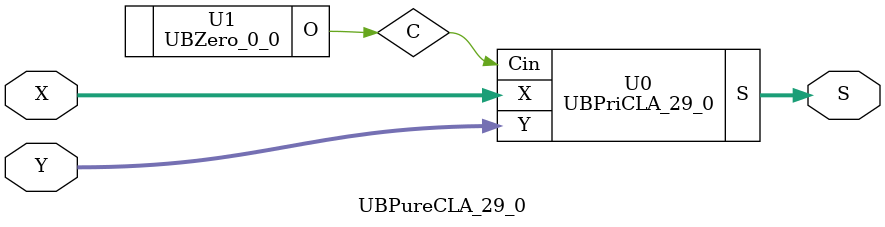
<source format=v>
/*----------------------------------------------------------------------------
  Copyright (c) 2021 Homma laboratory. All rights reserved.

  Top module: UBCLA_29_0_29_0

  Operand-1 length: 30
  Operand-2 length: 30
  Two-operand addition algorithm: Carry look-ahead adder
----------------------------------------------------------------------------*/

module GPGenerator(Go, Po, A, B);
  output Go;
  output Po;
  input A;
  input B;
  assign Go = A & B;
  assign Po = A ^ B;
endmodule

module CLAUnit_30(C, G, P, Cin);
  output [30:1] C;
  input Cin;
  input [29:0] G;
  input [29:0] P;
  assign C[1] = G[0] | ( P[0] & Cin );
  assign C[2] = G[1] | ( P[1] & G[0] ) | ( P[1] & P[0] & Cin );
  assign C[3] = G[2] | ( P[2] & G[1] ) | ( P[2] & P[1] & G[0] ) | ( P[2] & P[1] & P[0] & Cin );
  assign C[4] = G[3] | ( P[3] & G[2] ) | ( P[3] & P[2] & G[1] ) | ( P[3] & P[2] & P[1] & G[0] ) | ( P[3] & P[2] & P[1] & P[0] & Cin );
  assign C[5] = G[4] | ( P[4] & G[3] ) | ( P[4] & P[3] & G[2] ) | ( P[4] & P[3] & P[2] & G[1] ) | ( P[4] & P[3] & P[2] & P[1] & G[0] ) | ( P[4] & P[3] & P[2] & P[1] & P[0] & Cin );
  assign C[6] = G[5] | ( P[5] & G[4] ) | ( P[5] & P[4] & G[3] ) | ( P[5] & P[4] & P[3] & G[2] ) | ( P[5] & P[4] & P[3] & P[2] & G[1] ) | ( P[5] & P[4] & P[3] & P[2] & P[1] & G[0] ) | ( P[5] & P[4] & P[3]
 & P[2] & P[1] & P[0] & Cin );
  assign C[7] = G[6] | ( P[6] & G[5] ) | ( P[6] & P[5] & G[4] ) | ( P[6] & P[5] & P[4] & G[3] ) | ( P[6] & P[5] & P[4] & P[3] & G[2] ) | ( P[6] & P[5] & P[4] & P[3] & P[2] & G[1] ) | ( P[6] & P[5] & P[4]
 & P[3] & P[2] & P[1] & G[0] ) | ( P[6] & P[5] & P[4] & P[3] & P[2] & P[1] & P[0] & Cin );
  assign C[8] = G[7] | ( P[7] & G[6] ) | ( P[7] & P[6] & G[5] ) | ( P[7] & P[6] & P[5] & G[4] ) | ( P[7] & P[6] & P[5] & P[4] & G[3] ) | ( P[7] & P[6] & P[5] & P[4] & P[3] & G[2] ) | ( P[7] & P[6] & P[5]
 & P[4] & P[3] & P[2] & G[1] ) | ( P[7] & P[6] & P[5] & P[4] & P[3] & P[2] & P[1] & G[0] ) | ( P[7] & P[6] & P[5] & P[4] & P[3] & P[2] & P[1] & P[0] & Cin );
  assign C[9] = G[8] | ( P[8] & G[7] ) | ( P[8] & P[7] & G[6] ) | ( P[8] & P[7] & P[6] & G[5] ) | ( P[8] & P[7] & P[6] & P[5] & G[4] ) | ( P[8] & P[7] & P[6] & P[5] & P[4] & G[3] ) | ( P[8] & P[7] & P[6]
 & P[5] & P[4] & P[3] & G[2] ) | ( P[8] & P[7] & P[6] & P[5] & P[4] & P[3] & P[2] & G[1] ) | ( P[8] & P[7] & P[6] & P[5] & P[4] & P[3] & P[2] & P[1] & G[0] ) | ( P[8] & P[7] & P[6] & P[5] & P[4] & P[3]
 & P[2] & P[1] & P[0] & Cin );
  assign C[10] = G[9] | ( P[9] & G[8] ) | ( P[9] & P[8] & G[7] ) | ( P[9] & P[8] & P[7] & G[6] ) | ( P[9] & P[8] & P[7] & P[6] & G[5] ) | ( P[9] & P[8] & P[7] & P[6] & P[5] & G[4] ) | ( P[9] & P[8] & P[7]
 & P[6] & P[5] & P[4] & G[3] ) | ( P[9] & P[8] & P[7] & P[6] & P[5] & P[4] & P[3] & G[2] ) | ( P[9] & P[8] & P[7] & P[6] & P[5] & P[4] & P[3] & P[2] & G[1] ) | ( P[9] & P[8] & P[7] & P[6] & P[5] & P[4]
 & P[3] & P[2] & P[1] & G[0] ) | ( P[9] & P[8] & P[7] & P[6] & P[5] & P[4] & P[3] & P[2] & P[1] & P[0] & Cin );
  assign C[11] = G[10] | ( P[10] & G[9] ) | ( P[10] & P[9] & G[8] ) | ( P[10] & P[9] & P[8] & G[7] ) | ( P[10] & P[9] & P[8] & P[7] & G[6] ) | ( P[10] & P[9] & P[8] & P[7] & P[6] & G[5] ) | ( P[10] & P[9]
 & P[8] & P[7] & P[6] & P[5] & G[4] ) | ( P[10] & P[9] & P[8] & P[7] & P[6] & P[5] & P[4] & G[3] ) | ( P[10] & P[9] & P[8] & P[7] & P[6] & P[5] & P[4] & P[3] & G[2] ) | ( P[10] & P[9] & P[8] & P[7] & P[6]
 & P[5] & P[4] & P[3] & P[2] & G[1] ) | ( P[10] & P[9] & P[8] & P[7] & P[6] & P[5] & P[4] & P[3] & P[2] & P[1] & G[0] ) | ( P[10] & P[9] & P[8] & P[7] & P[6] & P[5] & P[4] & P[3] & P[2] & P[1] & P[0] &
 Cin );
  assign C[12] = G[11] | ( P[11] & G[10] ) | ( P[11] & P[10] & G[9] ) | ( P[11] & P[10] & P[9] & G[8] ) | ( P[11] & P[10] & P[9] & P[8] & G[7] ) | ( P[11] & P[10] & P[9] & P[8] & P[7] & G[6] ) | ( P[11]
 & P[10] & P[9] & P[8] & P[7] & P[6] & G[5] ) | ( P[11] & P[10] & P[9] & P[8] & P[7] & P[6] & P[5] & G[4] ) | ( P[11] & P[10] & P[9] & P[8] & P[7] & P[6] & P[5] & P[4] & G[3] ) | ( P[11] & P[10] & P[9]
 & P[8] & P[7] & P[6] & P[5] & P[4] & P[3] & G[2] ) | ( P[11] & P[10] & P[9] & P[8] & P[7] & P[6] & P[5] & P[4] & P[3] & P[2] & G[1] ) | ( P[11] & P[10] & P[9] & P[8] & P[7] & P[6] & P[5] & P[4] & P[3]
 & P[2] & P[1] & G[0] ) | ( P[11] & P[10] & P[9] & P[8] & P[7] & P[6] & P[5] & P[4] & P[3] & P[2] & P[1] & P[0] & Cin );
  assign C[13] = G[12] | ( P[12] & G[11] ) | ( P[12] & P[11] & G[10] ) | ( P[12] & P[11] & P[10] & G[9] ) | ( P[12] & P[11] & P[10] & P[9] & G[8] ) | ( P[12] & P[11] & P[10] & P[9] & P[8] & G[7] ) | ( P[12]
 & P[11] & P[10] & P[9] & P[8] & P[7] & G[6] ) | ( P[12] & P[11] & P[10] & P[9] & P[8] & P[7] & P[6] & G[5] ) | ( P[12] & P[11] & P[10] & P[9] & P[8] & P[7] & P[6] & P[5] & G[4] ) | ( P[12] & P[11] & P[10]
 & P[9] & P[8] & P[7] & P[6] & P[5] & P[4] & G[3] ) | ( P[12] & P[11] & P[10] & P[9] & P[8] & P[7] & P[6] & P[5] & P[4] & P[3] & G[2] ) | ( P[12] & P[11] & P[10] & P[9] & P[8] & P[7] & P[6] & P[5] & P[4]
 & P[3] & P[2] & G[1] ) | ( P[12] & P[11] & P[10] & P[9] & P[8] & P[7] & P[6] & P[5] & P[4] & P[3] & P[2] & P[1] & G[0] ) | ( P[12] & P[11] & P[10] & P[9] & P[8] & P[7] & P[6] & P[5] & P[4] & P[3] & P[2]
 & P[1] & P[0] & Cin );
  assign C[14] = G[13] | ( P[13] & G[12] ) | ( P[13] & P[12] & G[11] ) | ( P[13] & P[12] & P[11] & G[10] ) | ( P[13] & P[12] & P[11] & P[10] & G[9] ) | ( P[13] & P[12] & P[11] & P[10] & P[9] & G[8] ) |
 ( P[13] & P[12] & P[11] & P[10] & P[9] & P[8] & G[7] ) | ( P[13] & P[12] & P[11] & P[10] & P[9] & P[8] & P[7] & G[6] ) | ( P[13] & P[12] & P[11] & P[10] & P[9] & P[8] & P[7] & P[6] & G[5] ) | ( P[13] &
 P[12] & P[11] & P[10] & P[9] & P[8] & P[7] & P[6] & P[5] & G[4] ) | ( P[13] & P[12] & P[11] & P[10] & P[9] & P[8] & P[7] & P[6] & P[5] & P[4] & G[3] ) | ( P[13] & P[12] & P[11] & P[10] & P[9] & P[8] &
 P[7] & P[6] & P[5] & P[4] & P[3] & G[2] ) | ( P[13] & P[12] & P[11] & P[10] & P[9] & P[8] & P[7] & P[6] & P[5] & P[4] & P[3] & P[2] & G[1] ) | ( P[13] & P[12] & P[11] & P[10] & P[9] & P[8] & P[7] & P[6]
 & P[5] & P[4] & P[3] & P[2] & P[1] & G[0] ) | ( P[13] & P[12] & P[11] & P[10] & P[9] & P[8] & P[7] & P[6] & P[5] & P[4] & P[3] & P[2] & P[1] & P[0] & Cin );
  assign C[15] = G[14] | ( P[14] & G[13] ) | ( P[14] & P[13] & G[12] ) | ( P[14] & P[13] & P[12] & G[11] ) | ( P[14] & P[13] & P[12] & P[11] & G[10] ) | ( P[14] & P[13] & P[12] & P[11] & P[10] & G[9] )
 | ( P[14] & P[13] & P[12] & P[11] & P[10] & P[9] & G[8] ) | ( P[14] & P[13] & P[12] & P[11] & P[10] & P[9] & P[8] & G[7] ) | ( P[14] & P[13] & P[12] & P[11] & P[10] & P[9] & P[8] & P[7] & G[6] ) | ( P[14]
 & P[13] & P[12] & P[11] & P[10] & P[9] & P[8] & P[7] & P[6] & G[5] ) | ( P[14] & P[13] & P[12] & P[11] & P[10] & P[9] & P[8] & P[7] & P[6] & P[5] & G[4] ) | ( P[14] & P[13] & P[12] & P[11] & P[10] & P[9]
 & P[8] & P[7] & P[6] & P[5] & P[4] & G[3] ) | ( P[14] & P[13] & P[12] & P[11] & P[10] & P[9] & P[8] & P[7] & P[6] & P[5] & P[4] & P[3] & G[2] ) | ( P[14] & P[13] & P[12] & P[11] & P[10] & P[9] & P[8] &
 P[7] & P[6] & P[5] & P[4] & P[3] & P[2] & G[1] ) | ( P[14] & P[13] & P[12] & P[11] & P[10] & P[9] & P[8] & P[7] & P[6] & P[5] & P[4] & P[3] & P[2] & P[1] & G[0] ) | ( P[14] & P[13] & P[12] & P[11] & P[10]
 & P[9] & P[8] & P[7] & P[6] & P[5] & P[4] & P[3] & P[2] & P[1] & P[0] & Cin );
  assign C[16] = G[15] | ( P[15] & G[14] ) | ( P[15] & P[14] & G[13] ) | ( P[15] & P[14] & P[13] & G[12] ) | ( P[15] & P[14] & P[13] & P[12] & G[11] ) | ( P[15] & P[14] & P[13] & P[12] & P[11] & G[10] )
 | ( P[15] & P[14] & P[13] & P[12] & P[11] & P[10] & G[9] ) | ( P[15] & P[14] & P[13] & P[12] & P[11] & P[10] & P[9] & G[8] ) | ( P[15] & P[14] & P[13] & P[12] & P[11] & P[10] & P[9] & P[8] & G[7] ) | (
 P[15] & P[14] & P[13] & P[12] & P[11] & P[10] & P[9] & P[8] & P[7] & G[6] ) | ( P[15] & P[14] & P[13] & P[12] & P[11] & P[10] & P[9] & P[8] & P[7] & P[6] & G[5] ) | ( P[15] & P[14] & P[13] & P[12] & P[11]
 & P[10] & P[9] & P[8] & P[7] & P[6] & P[5] & G[4] ) | ( P[15] & P[14] & P[13] & P[12] & P[11] & P[10] & P[9] & P[8] & P[7] & P[6] & P[5] & P[4] & G[3] ) | ( P[15] & P[14] & P[13] & P[12] & P[11] & P[10]
 & P[9] & P[8] & P[7] & P[6] & P[5] & P[4] & P[3] & G[2] ) | ( P[15] & P[14] & P[13] & P[12] & P[11] & P[10] & P[9] & P[8] & P[7] & P[6] & P[5] & P[4] & P[3] & P[2] & G[1] ) | ( P[15] & P[14] & P[13] &
 P[12] & P[11] & P[10] & P[9] & P[8] & P[7] & P[6] & P[5] & P[4] & P[3] & P[2] & P[1] & G[0] ) | ( P[15] & P[14] & P[13] & P[12] & P[11] & P[10] & P[9] & P[8] & P[7] & P[6] & P[5] & P[4] & P[3] & P[2] &
 P[1] & P[0] & Cin );
  assign C[17] = G[16] | ( P[16] & G[15] ) | ( P[16] & P[15] & G[14] ) | ( P[16] & P[15] & P[14] & G[13] ) | ( P[16] & P[15] & P[14] & P[13] & G[12] ) | ( P[16] & P[15] & P[14] & P[13] & P[12] & G[11] )
 | ( P[16] & P[15] & P[14] & P[13] & P[12] & P[11] & G[10] ) | ( P[16] & P[15] & P[14] & P[13] & P[12] & P[11] & P[10] & G[9] ) | ( P[16] & P[15] & P[14] & P[13] & P[12] & P[11] & P[10] & P[9] & G[8] )
 | ( P[16] & P[15] & P[14] & P[13] & P[12] & P[11] & P[10] & P[9] & P[8] & G[7] ) | ( P[16] & P[15] & P[14] & P[13] & P[12] & P[11] & P[10] & P[9] & P[8] & P[7] & G[6] ) | ( P[16] & P[15] & P[14] & P[13]
 & P[12] & P[11] & P[10] & P[9] & P[8] & P[7] & P[6] & G[5] ) | ( P[16] & P[15] & P[14] & P[13] & P[12] & P[11] & P[10] & P[9] & P[8] & P[7] & P[6] & P[5] & G[4] ) | ( P[16] & P[15] & P[14] & P[13] & P[12]
 & P[11] & P[10] & P[9] & P[8] & P[7] & P[6] & P[5] & P[4] & G[3] ) | ( P[16] & P[15] & P[14] & P[13] & P[12] & P[11] & P[10] & P[9] & P[8] & P[7] & P[6] & P[5] & P[4] & P[3] & G[2] ) | ( P[16] & P[15]
 & P[14] & P[13] & P[12] & P[11] & P[10] & P[9] & P[8] & P[7] & P[6] & P[5] & P[4] & P[3] & P[2] & G[1] ) | ( P[16] & P[15] & P[14] & P[13] & P[12] & P[11] & P[10] & P[9] & P[8] & P[7] & P[6] & P[5] & P[4]
 & P[3] & P[2] & P[1] & G[0] ) | ( P[16] & P[15] & P[14] & P[13] & P[12] & P[11] & P[10] & P[9] & P[8] & P[7] & P[6] & P[5] & P[4] & P[3] & P[2] & P[1] & P[0] & Cin );
  assign C[18] = G[17] | ( P[17] & G[16] ) | ( P[17] & P[16] & G[15] ) | ( P[17] & P[16] & P[15] & G[14] ) | ( P[17] & P[16] & P[15] & P[14] & G[13] ) | ( P[17] & P[16] & P[15] & P[14] & P[13] & G[12] )
 | ( P[17] & P[16] & P[15] & P[14] & P[13] & P[12] & G[11] ) | ( P[17] & P[16] & P[15] & P[14] & P[13] & P[12] & P[11] & G[10] ) | ( P[17] & P[16] & P[15] & P[14] & P[13] & P[12] & P[11] & P[10] & G[9]
 ) | ( P[17] & P[16] & P[15] & P[14] & P[13] & P[12] & P[11] & P[10] & P[9] & G[8] ) | ( P[17] & P[16] & P[15] & P[14] & P[13] & P[12] & P[11] & P[10] & P[9] & P[8] & G[7] ) | ( P[17] & P[16] & P[15] &
 P[14] & P[13] & P[12] & P[11] & P[10] & P[9] & P[8] & P[7] & G[6] ) | ( P[17] & P[16] & P[15] & P[14] & P[13] & P[12] & P[11] & P[10] & P[9] & P[8] & P[7] & P[6] & G[5] ) | ( P[17] & P[16] & P[15] & P[14]
 & P[13] & P[12] & P[11] & P[10] & P[9] & P[8] & P[7] & P[6] & P[5] & G[4] ) | ( P[17] & P[16] & P[15] & P[14] & P[13] & P[12] & P[11] & P[10] & P[9] & P[8] & P[7] & P[6] & P[5] & P[4] & G[3] ) | ( P[17]
 & P[16] & P[15] & P[14] & P[13] & P[12] & P[11] & P[10] & P[9] & P[8] & P[7] & P[6] & P[5] & P[4] & P[3] & G[2] ) | ( P[17] & P[16] & P[15] & P[14] & P[13] & P[12] & P[11] & P[10] & P[9] & P[8] & P[7]
 & P[6] & P[5] & P[4] & P[3] & P[2] & G[1] ) | ( P[17] & P[16] & P[15] & P[14] & P[13] & P[12] & P[11] & P[10] & P[9] & P[8] & P[7] & P[6] & P[5] & P[4] & P[3] & P[2] & P[1] & G[0] ) | ( P[17] & P[16] &
 P[15] & P[14] & P[13] & P[12] & P[11] & P[10] & P[9] & P[8] & P[7] & P[6] & P[5] & P[4] & P[3] & P[2] & P[1] & P[0] & Cin );
  assign C[19] = G[18] | ( P[18] & G[17] ) | ( P[18] & P[17] & G[16] ) | ( P[18] & P[17] & P[16] & G[15] ) | ( P[18] & P[17] & P[16] & P[15] & G[14] ) | ( P[18] & P[17] & P[16] & P[15] & P[14] & G[13] )
 | ( P[18] & P[17] & P[16] & P[15] & P[14] & P[13] & G[12] ) | ( P[18] & P[17] & P[16] & P[15] & P[14] & P[13] & P[12] & G[11] ) | ( P[18] & P[17] & P[16] & P[15] & P[14] & P[13] & P[12] & P[11] & G[10]
 ) | ( P[18] & P[17] & P[16] & P[15] & P[14] & P[13] & P[12] & P[11] & P[10] & G[9] ) | ( P[18] & P[17] & P[16] & P[15] & P[14] & P[13] & P[12] & P[11] & P[10] & P[9] & G[8] ) | ( P[18] & P[17] & P[16]
 & P[15] & P[14] & P[13] & P[12] & P[11] & P[10] & P[9] & P[8] & G[7] ) | ( P[18] & P[17] & P[16] & P[15] & P[14] & P[13] & P[12] & P[11] & P[10] & P[9] & P[8] & P[7] & G[6] ) | ( P[18] & P[17] & P[16]
 & P[15] & P[14] & P[13] & P[12] & P[11] & P[10] & P[9] & P[8] & P[7] & P[6] & G[5] ) | ( P[18] & P[17] & P[16] & P[15] & P[14] & P[13] & P[12] & P[11] & P[10] & P[9] & P[8] & P[7] & P[6] & P[5] & G[4]
 ) | ( P[18] & P[17] & P[16] & P[15] & P[14] & P[13] & P[12] & P[11] & P[10] & P[9] & P[8] & P[7] & P[6] & P[5] & P[4] & G[3] ) | ( P[18] & P[17] & P[16] & P[15] & P[14] & P[13] & P[12] & P[11] & P[10]
 & P[9] & P[8] & P[7] & P[6] & P[5] & P[4] & P[3] & G[2] ) | ( P[18] & P[17] & P[16] & P[15] & P[14] & P[13] & P[12] & P[11] & P[10] & P[9] & P[8] & P[7] & P[6] & P[5] & P[4] & P[3] & P[2] & G[1] ) | (
 P[18] & P[17] & P[16] & P[15] & P[14] & P[13] & P[12] & P[11] & P[10] & P[9] & P[8] & P[7] & P[6] & P[5] & P[4] & P[3] & P[2] & P[1] & G[0] ) | ( P[18] & P[17] & P[16] & P[15] & P[14] & P[13] & P[12] &
 P[11] & P[10] & P[9] & P[8] & P[7] & P[6] & P[5] & P[4] & P[3] & P[2] & P[1] & P[0] & Cin );
  assign C[20] = G[19] | ( P[19] & G[18] ) | ( P[19] & P[18] & G[17] ) | ( P[19] & P[18] & P[17] & G[16] ) | ( P[19] & P[18] & P[17] & P[16] & G[15] ) | ( P[19] & P[18] & P[17] & P[16] & P[15] & G[14] )
 | ( P[19] & P[18] & P[17] & P[16] & P[15] & P[14] & G[13] ) | ( P[19] & P[18] & P[17] & P[16] & P[15] & P[14] & P[13] & G[12] ) | ( P[19] & P[18] & P[17] & P[16] & P[15] & P[14] & P[13] & P[12] & G[11]
 ) | ( P[19] & P[18] & P[17] & P[16] & P[15] & P[14] & P[13] & P[12] & P[11] & G[10] ) | ( P[19] & P[18] & P[17] & P[16] & P[15] & P[14] & P[13] & P[12] & P[11] & P[10] & G[9] ) | ( P[19] & P[18] & P[17]
 & P[16] & P[15] & P[14] & P[13] & P[12] & P[11] & P[10] & P[9] & G[8] ) | ( P[19] & P[18] & P[17] & P[16] & P[15] & P[14] & P[13] & P[12] & P[11] & P[10] & P[9] & P[8] & G[7] ) | ( P[19] & P[18] & P[17]
 & P[16] & P[15] & P[14] & P[13] & P[12] & P[11] & P[10] & P[9] & P[8] & P[7] & G[6] ) | ( P[19] & P[18] & P[17] & P[16] & P[15] & P[14] & P[13] & P[12] & P[11] & P[10] & P[9] & P[8] & P[7] & P[6] & G[5]
 ) | ( P[19] & P[18] & P[17] & P[16] & P[15] & P[14] & P[13] & P[12] & P[11] & P[10] & P[9] & P[8] & P[7] & P[6] & P[5] & G[4] ) | ( P[19] & P[18] & P[17] & P[16] & P[15] & P[14] & P[13] & P[12] & P[11]
 & P[10] & P[9] & P[8] & P[7] & P[6] & P[5] & P[4] & G[3] ) | ( P[19] & P[18] & P[17] & P[16] & P[15] & P[14] & P[13] & P[12] & P[11] & P[10] & P[9] & P[8] & P[7] & P[6] & P[5] & P[4] & P[3] & G[2] ) |
 ( P[19] & P[18] & P[17] & P[16] & P[15] & P[14] & P[13] & P[12] & P[11] & P[10] & P[9] & P[8] & P[7] & P[6] & P[5] & P[4] & P[3] & P[2] & G[1] ) | ( P[19] & P[18] & P[17] & P[16] & P[15] & P[14] & P[13]
 & P[12] & P[11] & P[10] & P[9] & P[8] & P[7] & P[6] & P[5] & P[4] & P[3] & P[2] & P[1] & G[0] ) | ( P[19] & P[18] & P[17] & P[16] & P[15] & P[14] & P[13] & P[12] & P[11] & P[10] & P[9] & P[8] & P[7] &
 P[6] & P[5] & P[4] & P[3] & P[2] & P[1] & P[0] & Cin );
  assign C[21] = G[20] | ( P[20] & G[19] ) | ( P[20] & P[19] & G[18] ) | ( P[20] & P[19] & P[18] & G[17] ) | ( P[20] & P[19] & P[18] & P[17] & G[16] ) | ( P[20] & P[19] & P[18] & P[17] & P[16] & G[15] )
 | ( P[20] & P[19] & P[18] & P[17] & P[16] & P[15] & G[14] ) | ( P[20] & P[19] & P[18] & P[17] & P[16] & P[15] & P[14] & G[13] ) | ( P[20] & P[19] & P[18] & P[17] & P[16] & P[15] & P[14] & P[13] & G[12]
 ) | ( P[20] & P[19] & P[18] & P[17] & P[16] & P[15] & P[14] & P[13] & P[12] & G[11] ) | ( P[20] & P[19] & P[18] & P[17] & P[16] & P[15] & P[14] & P[13] & P[12] & P[11] & G[10] ) | ( P[20] & P[19] & P[18]
 & P[17] & P[16] & P[15] & P[14] & P[13] & P[12] & P[11] & P[10] & G[9] ) | ( P[20] & P[19] & P[18] & P[17] & P[16] & P[15] & P[14] & P[13] & P[12] & P[11] & P[10] & P[9] & G[8] ) | ( P[20] & P[19] & P[18]
 & P[17] & P[16] & P[15] & P[14] & P[13] & P[12] & P[11] & P[10] & P[9] & P[8] & G[7] ) | ( P[20] & P[19] & P[18] & P[17] & P[16] & P[15] & P[14] & P[13] & P[12] & P[11] & P[10] & P[9] & P[8] & P[7] & G[6]
 ) | ( P[20] & P[19] & P[18] & P[17] & P[16] & P[15] & P[14] & P[13] & P[12] & P[11] & P[10] & P[9] & P[8] & P[7] & P[6] & G[5] ) | ( P[20] & P[19] & P[18] & P[17] & P[16] & P[15] & P[14] & P[13] & P[12]
 & P[11] & P[10] & P[9] & P[8] & P[7] & P[6] & P[5] & G[4] ) | ( P[20] & P[19] & P[18] & P[17] & P[16] & P[15] & P[14] & P[13] & P[12] & P[11] & P[10] & P[9] & P[8] & P[7] & P[6] & P[5] & P[4] & G[3] )
 | ( P[20] & P[19] & P[18] & P[17] & P[16] & P[15] & P[14] & P[13] & P[12] & P[11] & P[10] & P[9] & P[8] & P[7] & P[6] & P[5] & P[4] & P[3] & G[2] ) | ( P[20] & P[19] & P[18] & P[17] & P[16] & P[15] & P[14]
 & P[13] & P[12] & P[11] & P[10] & P[9] & P[8] & P[7] & P[6] & P[5] & P[4] & P[3] & P[2] & G[1] ) | ( P[20] & P[19] & P[18] & P[17] & P[16] & P[15] & P[14] & P[13] & P[12] & P[11] & P[10] & P[9] & P[8]
 & P[7] & P[6] & P[5] & P[4] & P[3] & P[2] & P[1] & G[0] ) | ( P[20] & P[19] & P[18] & P[17] & P[16] & P[15] & P[14] & P[13] & P[12] & P[11] & P[10] & P[9] & P[8] & P[7] & P[6] & P[5] & P[4] & P[3] & P[2]
 & P[1] & P[0] & Cin );
  assign C[22] = G[21] | ( P[21] & G[20] ) | ( P[21] & P[20] & G[19] ) | ( P[21] & P[20] & P[19] & G[18] ) | ( P[21] & P[20] & P[19] & P[18] & G[17] ) | ( P[21] & P[20] & P[19] & P[18] & P[17] & G[16] )
 | ( P[21] & P[20] & P[19] & P[18] & P[17] & P[16] & G[15] ) | ( P[21] & P[20] & P[19] & P[18] & P[17] & P[16] & P[15] & G[14] ) | ( P[21] & P[20] & P[19] & P[18] & P[17] & P[16] & P[15] & P[14] & G[13]
 ) | ( P[21] & P[20] & P[19] & P[18] & P[17] & P[16] & P[15] & P[14] & P[13] & G[12] ) | ( P[21] & P[20] & P[19] & P[18] & P[17] & P[16] & P[15] & P[14] & P[13] & P[12] & G[11] ) | ( P[21] & P[20] & P[19]
 & P[18] & P[17] & P[16] & P[15] & P[14] & P[13] & P[12] & P[11] & G[10] ) | ( P[21] & P[20] & P[19] & P[18] & P[17] & P[16] & P[15] & P[14] & P[13] & P[12] & P[11] & P[10] & G[9] ) | ( P[21] & P[20] &
 P[19] & P[18] & P[17] & P[16] & P[15] & P[14] & P[13] & P[12] & P[11] & P[10] & P[9] & G[8] ) | ( P[21] & P[20] & P[19] & P[18] & P[17] & P[16] & P[15] & P[14] & P[13] & P[12] & P[11] & P[10] & P[9] &
 P[8] & G[7] ) | ( P[21] & P[20] & P[19] & P[18] & P[17] & P[16] & P[15] & P[14] & P[13] & P[12] & P[11] & P[10] & P[9] & P[8] & P[7] & G[6] ) | ( P[21] & P[20] & P[19] & P[18] & P[17] & P[16] & P[15] &
 P[14] & P[13] & P[12] & P[11] & P[10] & P[9] & P[8] & P[7] & P[6] & G[5] ) | ( P[21] & P[20] & P[19] & P[18] & P[17] & P[16] & P[15] & P[14] & P[13] & P[12] & P[11] & P[10] & P[9] & P[8] & P[7] & P[6]
 & P[5] & G[4] ) | ( P[21] & P[20] & P[19] & P[18] & P[17] & P[16] & P[15] & P[14] & P[13] & P[12] & P[11] & P[10] & P[9] & P[8] & P[7] & P[6] & P[5] & P[4] & G[3] ) | ( P[21] & P[20] & P[19] & P[18] &
 P[17] & P[16] & P[15] & P[14] & P[13] & P[12] & P[11] & P[10] & P[9] & P[8] & P[7] & P[6] & P[5] & P[4] & P[3] & G[2] ) | ( P[21] & P[20] & P[19] & P[18] & P[17] & P[16] & P[15] & P[14] & P[13] & P[12]
 & P[11] & P[10] & P[9] & P[8] & P[7] & P[6] & P[5] & P[4] & P[3] & P[2] & G[1] ) | ( P[21] & P[20] & P[19] & P[18] & P[17] & P[16] & P[15] & P[14] & P[13] & P[12] & P[11] & P[10] & P[9] & P[8] & P[7] &
 P[6] & P[5] & P[4] & P[3] & P[2] & P[1] & G[0] ) | ( P[21] & P[20] & P[19] & P[18] & P[17] & P[16] & P[15] & P[14] & P[13] & P[12] & P[11] & P[10] & P[9] & P[8] & P[7] & P[6] & P[5] & P[4] & P[3] & P[2]
 & P[1] & P[0] & Cin );
  assign C[23] = G[22] | ( P[22] & G[21] ) | ( P[22] & P[21] & G[20] ) | ( P[22] & P[21] & P[20] & G[19] ) | ( P[22] & P[21] & P[20] & P[19] & G[18] ) | ( P[22] & P[21] & P[20] & P[19] & P[18] & G[17] )
 | ( P[22] & P[21] & P[20] & P[19] & P[18] & P[17] & G[16] ) | ( P[22] & P[21] & P[20] & P[19] & P[18] & P[17] & P[16] & G[15] ) | ( P[22] & P[21] & P[20] & P[19] & P[18] & P[17] & P[16] & P[15] & G[14]
 ) | ( P[22] & P[21] & P[20] & P[19] & P[18] & P[17] & P[16] & P[15] & P[14] & G[13] ) | ( P[22] & P[21] & P[20] & P[19] & P[18] & P[17] & P[16] & P[15] & P[14] & P[13] & G[12] ) | ( P[22] & P[21] & P[20]
 & P[19] & P[18] & P[17] & P[16] & P[15] & P[14] & P[13] & P[12] & G[11] ) | ( P[22] & P[21] & P[20] & P[19] & P[18] & P[17] & P[16] & P[15] & P[14] & P[13] & P[12] & P[11] & G[10] ) | ( P[22] & P[21] &
 P[20] & P[19] & P[18] & P[17] & P[16] & P[15] & P[14] & P[13] & P[12] & P[11] & P[10] & G[9] ) | ( P[22] & P[21] & P[20] & P[19] & P[18] & P[17] & P[16] & P[15] & P[14] & P[13] & P[12] & P[11] & P[10]
 & P[9] & G[8] ) | ( P[22] & P[21] & P[20] & P[19] & P[18] & P[17] & P[16] & P[15] & P[14] & P[13] & P[12] & P[11] & P[10] & P[9] & P[8] & G[7] ) | ( P[22] & P[21] & P[20] & P[19] & P[18] & P[17] & P[16]
 & P[15] & P[14] & P[13] & P[12] & P[11] & P[10] & P[9] & P[8] & P[7] & G[6] ) | ( P[22] & P[21] & P[20] & P[19] & P[18] & P[17] & P[16] & P[15] & P[14] & P[13] & P[12] & P[11] & P[10] & P[9] & P[8] & P[7]
 & P[6] & G[5] ) | ( P[22] & P[21] & P[20] & P[19] & P[18] & P[17] & P[16] & P[15] & P[14] & P[13] & P[12] & P[11] & P[10] & P[9] & P[8] & P[7] & P[6] & P[5] & G[4] ) | ( P[22] & P[21] & P[20] & P[19] &
 P[18] & P[17] & P[16] & P[15] & P[14] & P[13] & P[12] & P[11] & P[10] & P[9] & P[8] & P[7] & P[6] & P[5] & P[4] & G[3] ) | ( P[22] & P[21] & P[20] & P[19] & P[18] & P[17] & P[16] & P[15] & P[14] & P[13]
 & P[12] & P[11] & P[10] & P[9] & P[8] & P[7] & P[6] & P[5] & P[4] & P[3] & G[2] ) | ( P[22] & P[21] & P[20] & P[19] & P[18] & P[17] & P[16] & P[15] & P[14] & P[13] & P[12] & P[11] & P[10] & P[9] & P[8]
 & P[7] & P[6] & P[5] & P[4] & P[3] & P[2] & G[1] ) | ( P[22] & P[21] & P[20] & P[19] & P[18] & P[17] & P[16] & P[15] & P[14] & P[13] & P[12] & P[11] & P[10] & P[9] & P[8] & P[7] & P[6] & P[5] & P[4] &
 P[3] & P[2] & P[1] & G[0] ) | ( P[22] & P[21] & P[20] & P[19] & P[18] & P[17] & P[16] & P[15] & P[14] & P[13] & P[12] & P[11] & P[10] & P[9] & P[8] & P[7] & P[6] & P[5] & P[4] & P[3] & P[2] & P[1] & P[0]
 & Cin );
  assign C[24] = G[23] | ( P[23] & G[22] ) | ( P[23] & P[22] & G[21] ) | ( P[23] & P[22] & P[21] & G[20] ) | ( P[23] & P[22] & P[21] & P[20] & G[19] ) | ( P[23] & P[22] & P[21] & P[20] & P[19] & G[18] )
 | ( P[23] & P[22] & P[21] & P[20] & P[19] & P[18] & G[17] ) | ( P[23] & P[22] & P[21] & P[20] & P[19] & P[18] & P[17] & G[16] ) | ( P[23] & P[22] & P[21] & P[20] & P[19] & P[18] & P[17] & P[16] & G[15]
 ) | ( P[23] & P[22] & P[21] & P[20] & P[19] & P[18] & P[17] & P[16] & P[15] & G[14] ) | ( P[23] & P[22] & P[21] & P[20] & P[19] & P[18] & P[17] & P[16] & P[15] & P[14] & G[13] ) | ( P[23] & P[22] & P[21]
 & P[20] & P[19] & P[18] & P[17] & P[16] & P[15] & P[14] & P[13] & G[12] ) | ( P[23] & P[22] & P[21] & P[20] & P[19] & P[18] & P[17] & P[16] & P[15] & P[14] & P[13] & P[12] & G[11] ) | ( P[23] & P[22] &
 P[21] & P[20] & P[19] & P[18] & P[17] & P[16] & P[15] & P[14] & P[13] & P[12] & P[11] & G[10] ) | ( P[23] & P[22] & P[21] & P[20] & P[19] & P[18] & P[17] & P[16] & P[15] & P[14] & P[13] & P[12] & P[11]
 & P[10] & G[9] ) | ( P[23] & P[22] & P[21] & P[20] & P[19] & P[18] & P[17] & P[16] & P[15] & P[14] & P[13] & P[12] & P[11] & P[10] & P[9] & G[8] ) | ( P[23] & P[22] & P[21] & P[20] & P[19] & P[18] & P[17]
 & P[16] & P[15] & P[14] & P[13] & P[12] & P[11] & P[10] & P[9] & P[8] & G[7] ) | ( P[23] & P[22] & P[21] & P[20] & P[19] & P[18] & P[17] & P[16] & P[15] & P[14] & P[13] & P[12] & P[11] & P[10] & P[9] &
 P[8] & P[7] & G[6] ) | ( P[23] & P[22] & P[21] & P[20] & P[19] & P[18] & P[17] & P[16] & P[15] & P[14] & P[13] & P[12] & P[11] & P[10] & P[9] & P[8] & P[7] & P[6] & G[5] ) | ( P[23] & P[22] & P[21] & P[20]
 & P[19] & P[18] & P[17] & P[16] & P[15] & P[14] & P[13] & P[12] & P[11] & P[10] & P[9] & P[8] & P[7] & P[6] & P[5] & G[4] ) | ( P[23] & P[22] & P[21] & P[20] & P[19] & P[18] & P[17] & P[16] & P[15] & P[14]
 & P[13] & P[12] & P[11] & P[10] & P[9] & P[8] & P[7] & P[6] & P[5] & P[4] & G[3] ) | ( P[23] & P[22] & P[21] & P[20] & P[19] & P[18] & P[17] & P[16] & P[15] & P[14] & P[13] & P[12] & P[11] & P[10] & P[9]
 & P[8] & P[7] & P[6] & P[5] & P[4] & P[3] & G[2] ) | ( P[23] & P[22] & P[21] & P[20] & P[19] & P[18] & P[17] & P[16] & P[15] & P[14] & P[13] & P[12] & P[11] & P[10] & P[9] & P[8] & P[7] & P[6] & P[5] &
 P[4] & P[3] & P[2] & G[1] ) | ( P[23] & P[22] & P[21] & P[20] & P[19] & P[18] & P[17] & P[16] & P[15] & P[14] & P[13] & P[12] & P[11] & P[10] & P[9] & P[8] & P[7] & P[6] & P[5] & P[4] & P[3] & P[2] & P[1]
 & G[0] ) | ( P[23] & P[22] & P[21] & P[20] & P[19] & P[18] & P[17] & P[16] & P[15] & P[14] & P[13] & P[12] & P[11] & P[10] & P[9] & P[8] & P[7] & P[6] & P[5] & P[4] & P[3] & P[2] & P[1] & P[0] & Cin );
  assign C[25] = G[24] | ( P[24] & G[23] ) | ( P[24] & P[23] & G[22] ) | ( P[24] & P[23] & P[22] & G[21] ) | ( P[24] & P[23] & P[22] & P[21] & G[20] ) | ( P[24] & P[23] & P[22] & P[21] & P[20] & G[19] )
 | ( P[24] & P[23] & P[22] & P[21] & P[20] & P[19] & G[18] ) | ( P[24] & P[23] & P[22] & P[21] & P[20] & P[19] & P[18] & G[17] ) | ( P[24] & P[23] & P[22] & P[21] & P[20] & P[19] & P[18] & P[17] & G[16]
 ) | ( P[24] & P[23] & P[22] & P[21] & P[20] & P[19] & P[18] & P[17] & P[16] & G[15] ) | ( P[24] & P[23] & P[22] & P[21] & P[20] & P[19] & P[18] & P[17] & P[16] & P[15] & G[14] ) | ( P[24] & P[23] & P[22]
 & P[21] & P[20] & P[19] & P[18] & P[17] & P[16] & P[15] & P[14] & G[13] ) | ( P[24] & P[23] & P[22] & P[21] & P[20] & P[19] & P[18] & P[17] & P[16] & P[15] & P[14] & P[13] & G[12] ) | ( P[24] & P[23] &
 P[22] & P[21] & P[20] & P[19] & P[18] & P[17] & P[16] & P[15] & P[14] & P[13] & P[12] & G[11] ) | ( P[24] & P[23] & P[22] & P[21] & P[20] & P[19] & P[18] & P[17] & P[16] & P[15] & P[14] & P[13] & P[12]
 & P[11] & G[10] ) | ( P[24] & P[23] & P[22] & P[21] & P[20] & P[19] & P[18] & P[17] & P[16] & P[15] & P[14] & P[13] & P[12] & P[11] & P[10] & G[9] ) | ( P[24] & P[23] & P[22] & P[21] & P[20] & P[19] &
 P[18] & P[17] & P[16] & P[15] & P[14] & P[13] & P[12] & P[11] & P[10] & P[9] & G[8] ) | ( P[24] & P[23] & P[22] & P[21] & P[20] & P[19] & P[18] & P[17] & P[16] & P[15] & P[14] & P[13] & P[12] & P[11] &
 P[10] & P[9] & P[8] & G[7] ) | ( P[24] & P[23] & P[22] & P[21] & P[20] & P[19] & P[18] & P[17] & P[16] & P[15] & P[14] & P[13] & P[12] & P[11] & P[10] & P[9] & P[8] & P[7] & G[6] ) | ( P[24] & P[23] &
 P[22] & P[21] & P[20] & P[19] & P[18] & P[17] & P[16] & P[15] & P[14] & P[13] & P[12] & P[11] & P[10] & P[9] & P[8] & P[7] & P[6] & G[5] ) | ( P[24] & P[23] & P[22] & P[21] & P[20] & P[19] & P[18] & P[17]
 & P[16] & P[15] & P[14] & P[13] & P[12] & P[11] & P[10] & P[9] & P[8] & P[7] & P[6] & P[5] & G[4] ) | ( P[24] & P[23] & P[22] & P[21] & P[20] & P[19] & P[18] & P[17] & P[16] & P[15] & P[14] & P[13] & P[12]
 & P[11] & P[10] & P[9] & P[8] & P[7] & P[6] & P[5] & P[4] & G[3] ) | ( P[24] & P[23] & P[22] & P[21] & P[20] & P[19] & P[18] & P[17] & P[16] & P[15] & P[14] & P[13] & P[12] & P[11] & P[10] & P[9] & P[8]
 & P[7] & P[6] & P[5] & P[4] & P[3] & G[2] ) | ( P[24] & P[23] & P[22] & P[21] & P[20] & P[19] & P[18] & P[17] & P[16] & P[15] & P[14] & P[13] & P[12] & P[11] & P[10] & P[9] & P[8] & P[7] & P[6] & P[5]
 & P[4] & P[3] & P[2] & G[1] ) | ( P[24] & P[23] & P[22] & P[21] & P[20] & P[19] & P[18] & P[17] & P[16] & P[15] & P[14] & P[13] & P[12] & P[11] & P[10] & P[9] & P[8] & P[7] & P[6] & P[5] & P[4] & P[3]
 & P[2] & P[1] & G[0] ) | ( P[24] & P[23] & P[22] & P[21] & P[20] & P[19] & P[18] & P[17] & P[16] & P[15] & P[14] & P[13] & P[12] & P[11] & P[10] & P[9] & P[8] & P[7] & P[6] & P[5] & P[4] & P[3] & P[2]
 & P[1] & P[0] & Cin );
  assign C[26] = G[25] | ( P[25] & G[24] ) | ( P[25] & P[24] & G[23] ) | ( P[25] & P[24] & P[23] & G[22] ) | ( P[25] & P[24] & P[23] & P[22] & G[21] ) | ( P[25] & P[24] & P[23] & P[22] & P[21] & G[20] )
 | ( P[25] & P[24] & P[23] & P[22] & P[21] & P[20] & G[19] ) | ( P[25] & P[24] & P[23] & P[22] & P[21] & P[20] & P[19] & G[18] ) | ( P[25] & P[24] & P[23] & P[22] & P[21] & P[20] & P[19] & P[18] & G[17]
 ) | ( P[25] & P[24] & P[23] & P[22] & P[21] & P[20] & P[19] & P[18] & P[17] & G[16] ) | ( P[25] & P[24] & P[23] & P[22] & P[21] & P[20] & P[19] & P[18] & P[17] & P[16] & G[15] ) | ( P[25] & P[24] & P[23]
 & P[22] & P[21] & P[20] & P[19] & P[18] & P[17] & P[16] & P[15] & G[14] ) | ( P[25] & P[24] & P[23] & P[22] & P[21] & P[20] & P[19] & P[18] & P[17] & P[16] & P[15] & P[14] & G[13] ) | ( P[25] & P[24] &
 P[23] & P[22] & P[21] & P[20] & P[19] & P[18] & P[17] & P[16] & P[15] & P[14] & P[13] & G[12] ) | ( P[25] & P[24] & P[23] & P[22] & P[21] & P[20] & P[19] & P[18] & P[17] & P[16] & P[15] & P[14] & P[13]
 & P[12] & G[11] ) | ( P[25] & P[24] & P[23] & P[22] & P[21] & P[20] & P[19] & P[18] & P[17] & P[16] & P[15] & P[14] & P[13] & P[12] & P[11] & G[10] ) | ( P[25] & P[24] & P[23] & P[22] & P[21] & P[20] &
 P[19] & P[18] & P[17] & P[16] & P[15] & P[14] & P[13] & P[12] & P[11] & P[10] & G[9] ) | ( P[25] & P[24] & P[23] & P[22] & P[21] & P[20] & P[19] & P[18] & P[17] & P[16] & P[15] & P[14] & P[13] & P[12]
 & P[11] & P[10] & P[9] & G[8] ) | ( P[25] & P[24] & P[23] & P[22] & P[21] & P[20] & P[19] & P[18] & P[17] & P[16] & P[15] & P[14] & P[13] & P[12] & P[11] & P[10] & P[9] & P[8] & G[7] ) | ( P[25] & P[24]
 & P[23] & P[22] & P[21] & P[20] & P[19] & P[18] & P[17] & P[16] & P[15] & P[14] & P[13] & P[12] & P[11] & P[10] & P[9] & P[8] & P[7] & G[6] ) | ( P[25] & P[24] & P[23] & P[22] & P[21] & P[20] & P[19] &
 P[18] & P[17] & P[16] & P[15] & P[14] & P[13] & P[12] & P[11] & P[10] & P[9] & P[8] & P[7] & P[6] & G[5] ) | ( P[25] & P[24] & P[23] & P[22] & P[21] & P[20] & P[19] & P[18] & P[17] & P[16] & P[15] & P[14]
 & P[13] & P[12] & P[11] & P[10] & P[9] & P[8] & P[7] & P[6] & P[5] & G[4] ) | ( P[25] & P[24] & P[23] & P[22] & P[21] & P[20] & P[19] & P[18] & P[17] & P[16] & P[15] & P[14] & P[13] & P[12] & P[11] & P[10]
 & P[9] & P[8] & P[7] & P[6] & P[5] & P[4] & G[3] ) | ( P[25] & P[24] & P[23] & P[22] & P[21] & P[20] & P[19] & P[18] & P[17] & P[16] & P[15] & P[14] & P[13] & P[12] & P[11] & P[10] & P[9] & P[8] & P[7]
 & P[6] & P[5] & P[4] & P[3] & G[2] ) | ( P[25] & P[24] & P[23] & P[22] & P[21] & P[20] & P[19] & P[18] & P[17] & P[16] & P[15] & P[14] & P[13] & P[12] & P[11] & P[10] & P[9] & P[8] & P[7] & P[6] & P[5]
 & P[4] & P[3] & P[2] & G[1] ) | ( P[25] & P[24] & P[23] & P[22] & P[21] & P[20] & P[19] & P[18] & P[17] & P[16] & P[15] & P[14] & P[13] & P[12] & P[11] & P[10] & P[9] & P[8] & P[7] & P[6] & P[5] & P[4]
 & P[3] & P[2] & P[1] & G[0] ) | ( P[25] & P[24] & P[23] & P[22] & P[21] & P[20] & P[19] & P[18] & P[17] & P[16] & P[15] & P[14] & P[13] & P[12] & P[11] & P[10] & P[9] & P[8] & P[7] & P[6] & P[5] & P[4]
 & P[3] & P[2] & P[1] & P[0] & Cin );
  assign C[27] = G[26] | ( P[26] & G[25] ) | ( P[26] & P[25] & G[24] ) | ( P[26] & P[25] & P[24] & G[23] ) | ( P[26] & P[25] & P[24] & P[23] & G[22] ) | ( P[26] & P[25] & P[24] & P[23] & P[22] & G[21] )
 | ( P[26] & P[25] & P[24] & P[23] & P[22] & P[21] & G[20] ) | ( P[26] & P[25] & P[24] & P[23] & P[22] & P[21] & P[20] & G[19] ) | ( P[26] & P[25] & P[24] & P[23] & P[22] & P[21] & P[20] & P[19] & G[18]
 ) | ( P[26] & P[25] & P[24] & P[23] & P[22] & P[21] & P[20] & P[19] & P[18] & G[17] ) | ( P[26] & P[25] & P[24] & P[23] & P[22] & P[21] & P[20] & P[19] & P[18] & P[17] & G[16] ) | ( P[26] & P[25] & P[24]
 & P[23] & P[22] & P[21] & P[20] & P[19] & P[18] & P[17] & P[16] & G[15] ) | ( P[26] & P[25] & P[24] & P[23] & P[22] & P[21] & P[20] & P[19] & P[18] & P[17] & P[16] & P[15] & G[14] ) | ( P[26] & P[25] &
 P[24] & P[23] & P[22] & P[21] & P[20] & P[19] & P[18] & P[17] & P[16] & P[15] & P[14] & G[13] ) | ( P[26] & P[25] & P[24] & P[23] & P[22] & P[21] & P[20] & P[19] & P[18] & P[17] & P[16] & P[15] & P[14]
 & P[13] & G[12] ) | ( P[26] & P[25] & P[24] & P[23] & P[22] & P[21] & P[20] & P[19] & P[18] & P[17] & P[16] & P[15] & P[14] & P[13] & P[12] & G[11] ) | ( P[26] & P[25] & P[24] & P[23] & P[22] & P[21] &
 P[20] & P[19] & P[18] & P[17] & P[16] & P[15] & P[14] & P[13] & P[12] & P[11] & G[10] ) | ( P[26] & P[25] & P[24] & P[23] & P[22] & P[21] & P[20] & P[19] & P[18] & P[17] & P[16] & P[15] & P[14] & P[13]
 & P[12] & P[11] & P[10] & G[9] ) | ( P[26] & P[25] & P[24] & P[23] & P[22] & P[21] & P[20] & P[19] & P[18] & P[17] & P[16] & P[15] & P[14] & P[13] & P[12] & P[11] & P[10] & P[9] & G[8] ) | ( P[26] & P[25]
 & P[24] & P[23] & P[22] & P[21] & P[20] & P[19] & P[18] & P[17] & P[16] & P[15] & P[14] & P[13] & P[12] & P[11] & P[10] & P[9] & P[8] & G[7] ) | ( P[26] & P[25] & P[24] & P[23] & P[22] & P[21] & P[20]
 & P[19] & P[18] & P[17] & P[16] & P[15] & P[14] & P[13] & P[12] & P[11] & P[10] & P[9] & P[8] & P[7] & G[6] ) | ( P[26] & P[25] & P[24] & P[23] & P[22] & P[21] & P[20] & P[19] & P[18] & P[17] & P[16] &
 P[15] & P[14] & P[13] & P[12] & P[11] & P[10] & P[9] & P[8] & P[7] & P[6] & G[5] ) | ( P[26] & P[25] & P[24] & P[23] & P[22] & P[21] & P[20] & P[19] & P[18] & P[17] & P[16] & P[15] & P[14] & P[13] & P[12]
 & P[11] & P[10] & P[9] & P[8] & P[7] & P[6] & P[5] & G[4] ) | ( P[26] & P[25] & P[24] & P[23] & P[22] & P[21] & P[20] & P[19] & P[18] & P[17] & P[16] & P[15] & P[14] & P[13] & P[12] & P[11] & P[10] & P[9]
 & P[8] & P[7] & P[6] & P[5] & P[4] & G[3] ) | ( P[26] & P[25] & P[24] & P[23] & P[22] & P[21] & P[20] & P[19] & P[18] & P[17] & P[16] & P[15] & P[14] & P[13] & P[12] & P[11] & P[10] & P[9] & P[8] & P[7]
 & P[6] & P[5] & P[4] & P[3] & G[2] ) | ( P[26] & P[25] & P[24] & P[23] & P[22] & P[21] & P[20] & P[19] & P[18] & P[17] & P[16] & P[15] & P[14] & P[13] & P[12] & P[11] & P[10] & P[9] & P[8] & P[7] & P[6]
 & P[5] & P[4] & P[3] & P[2] & G[1] ) | ( P[26] & P[25] & P[24] & P[23] & P[22] & P[21] & P[20] & P[19] & P[18] & P[17] & P[16] & P[15] & P[14] & P[13] & P[12] & P[11] & P[10] & P[9] & P[8] & P[7] & P[6]
 & P[5] & P[4] & P[3] & P[2] & P[1] & G[0] ) | ( P[26] & P[25] & P[24] & P[23] & P[22] & P[21] & P[20] & P[19] & P[18] & P[17] & P[16] & P[15] & P[14] & P[13] & P[12] & P[11] & P[10] & P[9] & P[8] & P[7]
 & P[6] & P[5] & P[4] & P[3] & P[2] & P[1] & P[0] & Cin );
  assign C[28] = G[27] | ( P[27] & G[26] ) | ( P[27] & P[26] & G[25] ) | ( P[27] & P[26] & P[25] & G[24] ) | ( P[27] & P[26] & P[25] & P[24] & G[23] ) | ( P[27] & P[26] & P[25] & P[24] & P[23] & G[22] )
 | ( P[27] & P[26] & P[25] & P[24] & P[23] & P[22] & G[21] ) | ( P[27] & P[26] & P[25] & P[24] & P[23] & P[22] & P[21] & G[20] ) | ( P[27] & P[26] & P[25] & P[24] & P[23] & P[22] & P[21] & P[20] & G[19]
 ) | ( P[27] & P[26] & P[25] & P[24] & P[23] & P[22] & P[21] & P[20] & P[19] & G[18] ) | ( P[27] & P[26] & P[25] & P[24] & P[23] & P[22] & P[21] & P[20] & P[19] & P[18] & G[17] ) | ( P[27] & P[26] & P[25]
 & P[24] & P[23] & P[22] & P[21] & P[20] & P[19] & P[18] & P[17] & G[16] ) | ( P[27] & P[26] & P[25] & P[24] & P[23] & P[22] & P[21] & P[20] & P[19] & P[18] & P[17] & P[16] & G[15] ) | ( P[27] & P[26] &
 P[25] & P[24] & P[23] & P[22] & P[21] & P[20] & P[19] & P[18] & P[17] & P[16] & P[15] & G[14] ) | ( P[27] & P[26] & P[25] & P[24] & P[23] & P[22] & P[21] & P[20] & P[19] & P[18] & P[17] & P[16] & P[15]
 & P[14] & G[13] ) | ( P[27] & P[26] & P[25] & P[24] & P[23] & P[22] & P[21] & P[20] & P[19] & P[18] & P[17] & P[16] & P[15] & P[14] & P[13] & G[12] ) | ( P[27] & P[26] & P[25] & P[24] & P[23] & P[22] &
 P[21] & P[20] & P[19] & P[18] & P[17] & P[16] & P[15] & P[14] & P[13] & P[12] & G[11] ) | ( P[27] & P[26] & P[25] & P[24] & P[23] & P[22] & P[21] & P[20] & P[19] & P[18] & P[17] & P[16] & P[15] & P[14]
 & P[13] & P[12] & P[11] & G[10] ) | ( P[27] & P[26] & P[25] & P[24] & P[23] & P[22] & P[21] & P[20] & P[19] & P[18] & P[17] & P[16] & P[15] & P[14] & P[13] & P[12] & P[11] & P[10] & G[9] ) | ( P[27] &
 P[26] & P[25] & P[24] & P[23] & P[22] & P[21] & P[20] & P[19] & P[18] & P[17] & P[16] & P[15] & P[14] & P[13] & P[12] & P[11] & P[10] & P[9] & G[8] ) | ( P[27] & P[26] & P[25] & P[24] & P[23] & P[22] &
 P[21] & P[20] & P[19] & P[18] & P[17] & P[16] & P[15] & P[14] & P[13] & P[12] & P[11] & P[10] & P[9] & P[8] & G[7] ) | ( P[27] & P[26] & P[25] & P[24] & P[23] & P[22] & P[21] & P[20] & P[19] & P[18] &
 P[17] & P[16] & P[15] & P[14] & P[13] & P[12] & P[11] & P[10] & P[9] & P[8] & P[7] & G[6] ) | ( P[27] & P[26] & P[25] & P[24] & P[23] & P[22] & P[21] & P[20] & P[19] & P[18] & P[17] & P[16] & P[15] & P[14]
 & P[13] & P[12] & P[11] & P[10] & P[9] & P[8] & P[7] & P[6] & G[5] ) | ( P[27] & P[26] & P[25] & P[24] & P[23] & P[22] & P[21] & P[20] & P[19] & P[18] & P[17] & P[16] & P[15] & P[14] & P[13] & P[12] &
 P[11] & P[10] & P[9] & P[8] & P[7] & P[6] & P[5] & G[4] ) | ( P[27] & P[26] & P[25] & P[24] & P[23] & P[22] & P[21] & P[20] & P[19] & P[18] & P[17] & P[16] & P[15] & P[14] & P[13] & P[12] & P[11] & P[10]
 & P[9] & P[8] & P[7] & P[6] & P[5] & P[4] & G[3] ) | ( P[27] & P[26] & P[25] & P[24] & P[23] & P[22] & P[21] & P[20] & P[19] & P[18] & P[17] & P[16] & P[15] & P[14] & P[13] & P[12] & P[11] & P[10] & P[9]
 & P[8] & P[7] & P[6] & P[5] & P[4] & P[3] & G[2] ) | ( P[27] & P[26] & P[25] & P[24] & P[23] & P[22] & P[21] & P[20] & P[19] & P[18] & P[17] & P[16] & P[15] & P[14] & P[13] & P[12] & P[11] & P[10] & P[9]
 & P[8] & P[7] & P[6] & P[5] & P[4] & P[3] & P[2] & G[1] ) | ( P[27] & P[26] & P[25] & P[24] & P[23] & P[22] & P[21] & P[20] & P[19] & P[18] & P[17] & P[16] & P[15] & P[14] & P[13] & P[12] & P[11] & P[10]
 & P[9] & P[8] & P[7] & P[6] & P[5] & P[4] & P[3] & P[2] & P[1] & G[0] ) | ( P[27] & P[26] & P[25] & P[24] & P[23] & P[22] & P[21] & P[20] & P[19] & P[18] & P[17] & P[16] & P[15] & P[14] & P[13] & P[12]
 & P[11] & P[10] & P[9] & P[8] & P[7] & P[6] & P[5] & P[4] & P[3] & P[2] & P[1] & P[0] & Cin );
  assign C[29] = G[28] | ( P[28] & G[27] ) | ( P[28] & P[27] & G[26] ) | ( P[28] & P[27] & P[26] & G[25] ) | ( P[28] & P[27] & P[26] & P[25] & G[24] ) | ( P[28] & P[27] & P[26] & P[25] & P[24] & G[23] )
 | ( P[28] & P[27] & P[26] & P[25] & P[24] & P[23] & G[22] ) | ( P[28] & P[27] & P[26] & P[25] & P[24] & P[23] & P[22] & G[21] ) | ( P[28] & P[27] & P[26] & P[25] & P[24] & P[23] & P[22] & P[21] & G[20]
 ) | ( P[28] & P[27] & P[26] & P[25] & P[24] & P[23] & P[22] & P[21] & P[20] & G[19] ) | ( P[28] & P[27] & P[26] & P[25] & P[24] & P[23] & P[22] & P[21] & P[20] & P[19] & G[18] ) | ( P[28] & P[27] & P[26]
 & P[25] & P[24] & P[23] & P[22] & P[21] & P[20] & P[19] & P[18] & G[17] ) | ( P[28] & P[27] & P[26] & P[25] & P[24] & P[23] & P[22] & P[21] & P[20] & P[19] & P[18] & P[17] & G[16] ) | ( P[28] & P[27] &
 P[26] & P[25] & P[24] & P[23] & P[22] & P[21] & P[20] & P[19] & P[18] & P[17] & P[16] & G[15] ) | ( P[28] & P[27] & P[26] & P[25] & P[24] & P[23] & P[22] & P[21] & P[20] & P[19] & P[18] & P[17] & P[16]
 & P[15] & G[14] ) | ( P[28] & P[27] & P[26] & P[25] & P[24] & P[23] & P[22] & P[21] & P[20] & P[19] & P[18] & P[17] & P[16] & P[15] & P[14] & G[13] ) | ( P[28] & P[27] & P[26] & P[25] & P[24] & P[23] &
 P[22] & P[21] & P[20] & P[19] & P[18] & P[17] & P[16] & P[15] & P[14] & P[13] & G[12] ) | ( P[28] & P[27] & P[26] & P[25] & P[24] & P[23] & P[22] & P[21] & P[20] & P[19] & P[18] & P[17] & P[16] & P[15]
 & P[14] & P[13] & P[12] & G[11] ) | ( P[28] & P[27] & P[26] & P[25] & P[24] & P[23] & P[22] & P[21] & P[20] & P[19] & P[18] & P[17] & P[16] & P[15] & P[14] & P[13] & P[12] & P[11] & G[10] ) | ( P[28] &
 P[27] & P[26] & P[25] & P[24] & P[23] & P[22] & P[21] & P[20] & P[19] & P[18] & P[17] & P[16] & P[15] & P[14] & P[13] & P[12] & P[11] & P[10] & G[9] ) | ( P[28] & P[27] & P[26] & P[25] & P[24] & P[23]
 & P[22] & P[21] & P[20] & P[19] & P[18] & P[17] & P[16] & P[15] & P[14] & P[13] & P[12] & P[11] & P[10] & P[9] & G[8] ) | ( P[28] & P[27] & P[26] & P[25] & P[24] & P[23] & P[22] & P[21] & P[20] & P[19]
 & P[18] & P[17] & P[16] & P[15] & P[14] & P[13] & P[12] & P[11] & P[10] & P[9] & P[8] & G[7] ) | ( P[28] & P[27] & P[26] & P[25] & P[24] & P[23] & P[22] & P[21] & P[20] & P[19] & P[18] & P[17] & P[16]
 & P[15] & P[14] & P[13] & P[12] & P[11] & P[10] & P[9] & P[8] & P[7] & G[6] ) | ( P[28] & P[27] & P[26] & P[25] & P[24] & P[23] & P[22] & P[21] & P[20] & P[19] & P[18] & P[17] & P[16] & P[15] & P[14] &
 P[13] & P[12] & P[11] & P[10] & P[9] & P[8] & P[7] & P[6] & G[5] ) | ( P[28] & P[27] & P[26] & P[25] & P[24] & P[23] & P[22] & P[21] & P[20] & P[19] & P[18] & P[17] & P[16] & P[15] & P[14] & P[13] & P[12]
 & P[11] & P[10] & P[9] & P[8] & P[7] & P[6] & P[5] & G[4] ) | ( P[28] & P[27] & P[26] & P[25] & P[24] & P[23] & P[22] & P[21] & P[20] & P[19] & P[18] & P[17] & P[16] & P[15] & P[14] & P[13] & P[12] & P[11]
 & P[10] & P[9] & P[8] & P[7] & P[6] & P[5] & P[4] & G[3] ) | ( P[28] & P[27] & P[26] & P[25] & P[24] & P[23] & P[22] & P[21] & P[20] & P[19] & P[18] & P[17] & P[16] & P[15] & P[14] & P[13] & P[12] & P[11]
 & P[10] & P[9] & P[8] & P[7] & P[6] & P[5] & P[4] & P[3] & G[2] ) | ( P[28] & P[27] & P[26] & P[25] & P[24] & P[23] & P[22] & P[21] & P[20] & P[19] & P[18] & P[17] & P[16] & P[15] & P[14] & P[13] & P[12]
 & P[11] & P[10] & P[9] & P[8] & P[7] & P[6] & P[5] & P[4] & P[3] & P[2] & G[1] ) | ( P[28] & P[27] & P[26] & P[25] & P[24] & P[23] & P[22] & P[21] & P[20] & P[19] & P[18] & P[17] & P[16] & P[15] & P[14]
 & P[13] & P[12] & P[11] & P[10] & P[9] & P[8] & P[7] & P[6] & P[5] & P[4] & P[3] & P[2] & P[1] & G[0] ) | ( P[28] & P[27] & P[26] & P[25] & P[24] & P[23] & P[22] & P[21] & P[20] & P[19] & P[18] & P[17]
 & P[16] & P[15] & P[14] & P[13] & P[12] & P[11] & P[10] & P[9] & P[8] & P[7] & P[6] & P[5] & P[4] & P[3] & P[2] & P[1] & P[0] & Cin );
  assign C[30] = G[29] | ( P[29] & G[28] ) | ( P[29] & P[28] & G[27] ) | ( P[29] & P[28] & P[27] & G[26] ) | ( P[29] & P[28] & P[27] & P[26] & G[25] ) | ( P[29] & P[28] & P[27] & P[26] & P[25] & G[24] )
 | ( P[29] & P[28] & P[27] & P[26] & P[25] & P[24] & G[23] ) | ( P[29] & P[28] & P[27] & P[26] & P[25] & P[24] & P[23] & G[22] ) | ( P[29] & P[28] & P[27] & P[26] & P[25] & P[24] & P[23] & P[22] & G[21]
 ) | ( P[29] & P[28] & P[27] & P[26] & P[25] & P[24] & P[23] & P[22] & P[21] & G[20] ) | ( P[29] & P[28] & P[27] & P[26] & P[25] & P[24] & P[23] & P[22] & P[21] & P[20] & G[19] ) | ( P[29] & P[28] & P[27]
 & P[26] & P[25] & P[24] & P[23] & P[22] & P[21] & P[20] & P[19] & G[18] ) | ( P[29] & P[28] & P[27] & P[26] & P[25] & P[24] & P[23] & P[22] & P[21] & P[20] & P[19] & P[18] & G[17] ) | ( P[29] & P[28] &
 P[27] & P[26] & P[25] & P[24] & P[23] & P[22] & P[21] & P[20] & P[19] & P[18] & P[17] & G[16] ) | ( P[29] & P[28] & P[27] & P[26] & P[25] & P[24] & P[23] & P[22] & P[21] & P[20] & P[19] & P[18] & P[17]
 & P[16] & G[15] ) | ( P[29] & P[28] & P[27] & P[26] & P[25] & P[24] & P[23] & P[22] & P[21] & P[20] & P[19] & P[18] & P[17] & P[16] & P[15] & G[14] ) | ( P[29] & P[28] & P[27] & P[26] & P[25] & P[24] &
 P[23] & P[22] & P[21] & P[20] & P[19] & P[18] & P[17] & P[16] & P[15] & P[14] & G[13] ) | ( P[29] & P[28] & P[27] & P[26] & P[25] & P[24] & P[23] & P[22] & P[21] & P[20] & P[19] & P[18] & P[17] & P[16]
 & P[15] & P[14] & P[13] & G[12] ) | ( P[29] & P[28] & P[27] & P[26] & P[25] & P[24] & P[23] & P[22] & P[21] & P[20] & P[19] & P[18] & P[17] & P[16] & P[15] & P[14] & P[13] & P[12] & G[11] ) | ( P[29] &
 P[28] & P[27] & P[26] & P[25] & P[24] & P[23] & P[22] & P[21] & P[20] & P[19] & P[18] & P[17] & P[16] & P[15] & P[14] & P[13] & P[12] & P[11] & G[10] ) | ( P[29] & P[28] & P[27] & P[26] & P[25] & P[24]
 & P[23] & P[22] & P[21] & P[20] & P[19] & P[18] & P[17] & P[16] & P[15] & P[14] & P[13] & P[12] & P[11] & P[10] & G[9] ) | ( P[29] & P[28] & P[27] & P[26] & P[25] & P[24] & P[23] & P[22] & P[21] & P[20]
 & P[19] & P[18] & P[17] & P[16] & P[15] & P[14] & P[13] & P[12] & P[11] & P[10] & P[9] & G[8] ) | ( P[29] & P[28] & P[27] & P[26] & P[25] & P[24] & P[23] & P[22] & P[21] & P[20] & P[19] & P[18] & P[17]
 & P[16] & P[15] & P[14] & P[13] & P[12] & P[11] & P[10] & P[9] & P[8] & G[7] ) | ( P[29] & P[28] & P[27] & P[26] & P[25] & P[24] & P[23] & P[22] & P[21] & P[20] & P[19] & P[18] & P[17] & P[16] & P[15]
 & P[14] & P[13] & P[12] & P[11] & P[10] & P[9] & P[8] & P[7] & G[6] ) | ( P[29] & P[28] & P[27] & P[26] & P[25] & P[24] & P[23] & P[22] & P[21] & P[20] & P[19] & P[18] & P[17] & P[16] & P[15] & P[14] &
 P[13] & P[12] & P[11] & P[10] & P[9] & P[8] & P[7] & P[6] & G[5] ) | ( P[29] & P[28] & P[27] & P[26] & P[25] & P[24] & P[23] & P[22] & P[21] & P[20] & P[19] & P[18] & P[17] & P[16] & P[15] & P[14] & P[13]
 & P[12] & P[11] & P[10] & P[9] & P[8] & P[7] & P[6] & P[5] & G[4] ) | ( P[29] & P[28] & P[27] & P[26] & P[25] & P[24] & P[23] & P[22] & P[21] & P[20] & P[19] & P[18] & P[17] & P[16] & P[15] & P[14] & P[13]
 & P[12] & P[11] & P[10] & P[9] & P[8] & P[7] & P[6] & P[5] & P[4] & G[3] ) | ( P[29] & P[28] & P[27] & P[26] & P[25] & P[24] & P[23] & P[22] & P[21] & P[20] & P[19] & P[18] & P[17] & P[16] & P[15] & P[14]
 & P[13] & P[12] & P[11] & P[10] & P[9] & P[8] & P[7] & P[6] & P[5] & P[4] & P[3] & G[2] ) | ( P[29] & P[28] & P[27] & P[26] & P[25] & P[24] & P[23] & P[22] & P[21] & P[20] & P[19] & P[18] & P[17] & P[16]
 & P[15] & P[14] & P[13] & P[12] & P[11] & P[10] & P[9] & P[8] & P[7] & P[6] & P[5] & P[4] & P[3] & P[2] & G[1] ) | ( P[29] & P[28] & P[27] & P[26] & P[25] & P[24] & P[23] & P[22] & P[21] & P[20] & P[19]
 & P[18] & P[17] & P[16] & P[15] & P[14] & P[13] & P[12] & P[11] & P[10] & P[9] & P[8] & P[7] & P[6] & P[5] & P[4] & P[3] & P[2] & P[1] & G[0] ) | ( P[29] & P[28] & P[27] & P[26] & P[25] & P[24] & P[23]
 & P[22] & P[21] & P[20] & P[19] & P[18] & P[17] & P[16] & P[15] & P[14] & P[13] & P[12] & P[11] & P[10] & P[9] & P[8] & P[7] & P[6] & P[5] & P[4] & P[3] & P[2] & P[1] & P[0] & Cin );
endmodule

module UBPriCLA_29_0(S, X, Y, Cin);
  output [30:0] S;
  input Cin;
  input [29:0] X;
  input [29:0] Y;
  wire [30:1] C;
  wire [29:0] G;
  wire [29:0] P;
  assign S[0] = Cin ^ P[0];
  assign S[1] = C[1] ^ P[1];
  assign S[2] = C[2] ^ P[2];
  assign S[3] = C[3] ^ P[3];
  assign S[4] = C[4] ^ P[4];
  assign S[5] = C[5] ^ P[5];
  assign S[6] = C[6] ^ P[6];
  assign S[7] = C[7] ^ P[7];
  assign S[8] = C[8] ^ P[8];
  assign S[9] = C[9] ^ P[9];
  assign S[10] = C[10] ^ P[10];
  assign S[11] = C[11] ^ P[11];
  assign S[12] = C[12] ^ P[12];
  assign S[13] = C[13] ^ P[13];
  assign S[14] = C[14] ^ P[14];
  assign S[15] = C[15] ^ P[15];
  assign S[16] = C[16] ^ P[16];
  assign S[17] = C[17] ^ P[17];
  assign S[18] = C[18] ^ P[18];
  assign S[19] = C[19] ^ P[19];
  assign S[20] = C[20] ^ P[20];
  assign S[21] = C[21] ^ P[21];
  assign S[22] = C[22] ^ P[22];
  assign S[23] = C[23] ^ P[23];
  assign S[24] = C[24] ^ P[24];
  assign S[25] = C[25] ^ P[25];
  assign S[26] = C[26] ^ P[26];
  assign S[27] = C[27] ^ P[27];
  assign S[28] = C[28] ^ P[28];
  assign S[29] = C[29] ^ P[29];
  assign S[30] = C[30];
  GPGenerator U0 (G[0], P[0], X[0], Y[0]);
  GPGenerator U1 (G[1], P[1], X[1], Y[1]);
  GPGenerator U2 (G[2], P[2], X[2], Y[2]);
  GPGenerator U3 (G[3], P[3], X[3], Y[3]);
  GPGenerator U4 (G[4], P[4], X[4], Y[4]);
  GPGenerator U5 (G[5], P[5], X[5], Y[5]);
  GPGenerator U6 (G[6], P[6], X[6], Y[6]);
  GPGenerator U7 (G[7], P[7], X[7], Y[7]);
  GPGenerator U8 (G[8], P[8], X[8], Y[8]);
  GPGenerator U9 (G[9], P[9], X[9], Y[9]);
  GPGenerator U10 (G[10], P[10], X[10], Y[10]);
  GPGenerator U11 (G[11], P[11], X[11], Y[11]);
  GPGenerator U12 (G[12], P[12], X[12], Y[12]);
  GPGenerator U13 (G[13], P[13], X[13], Y[13]);
  GPGenerator U14 (G[14], P[14], X[14], Y[14]);
  GPGenerator U15 (G[15], P[15], X[15], Y[15]);
  GPGenerator U16 (G[16], P[16], X[16], Y[16]);
  GPGenerator U17 (G[17], P[17], X[17], Y[17]);
  GPGenerator U18 (G[18], P[18], X[18], Y[18]);
  GPGenerator U19 (G[19], P[19], X[19], Y[19]);
  GPGenerator U20 (G[20], P[20], X[20], Y[20]);
  GPGenerator U21 (G[21], P[21], X[21], Y[21]);
  GPGenerator U22 (G[22], P[22], X[22], Y[22]);
  GPGenerator U23 (G[23], P[23], X[23], Y[23]);
  GPGenerator U24 (G[24], P[24], X[24], Y[24]);
  GPGenerator U25 (G[25], P[25], X[25], Y[25]);
  GPGenerator U26 (G[26], P[26], X[26], Y[26]);
  GPGenerator U27 (G[27], P[27], X[27], Y[27]);
  GPGenerator U28 (G[28], P[28], X[28], Y[28]);
  GPGenerator U29 (G[29], P[29], X[29], Y[29]);
  CLAUnit_30 U30 (C, G, P, Cin);
endmodule

module UBZero_0_0(O);
  output [0:0] O;
  assign O[0] = 0;
endmodule

module UBCLA_29_0_29_0 (S, X, Y);
  output [30:0] S;
  input [29:0] X;
  input [29:0] Y;
  UBPureCLA_29_0 U0 (S[30:0], X[29:0], Y[29:0]);
endmodule

module UBPureCLA_29_0 (S, X, Y);
  output [30:0] S;
  input [29:0] X;
  input [29:0] Y;
  wire C;
  UBPriCLA_29_0 U0 (S, X, Y, C);
  UBZero_0_0 U1 (C);
endmodule


</source>
